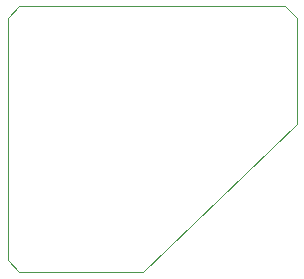
<source format=gbr>
%TF.GenerationSoftware,KiCad,Pcbnew,8.0.8*%
%TF.CreationDate,2025-03-31T21:12:05+02:00*%
%TF.ProjectId,nrf24small,6e726632-3473-46d6-916c-6c2e6b696361,rev?*%
%TF.SameCoordinates,Original*%
%TF.FileFunction,Profile,NP*%
%FSLAX46Y46*%
G04 Gerber Fmt 4.6, Leading zero omitted, Abs format (unit mm)*
G04 Created by KiCad (PCBNEW 8.0.8) date 2025-03-31 21:12:05*
%MOMM*%
%LPD*%
G01*
G04 APERTURE LIST*
%TA.AperFunction,Profile*%
%ADD10C,0.050000*%
%TD*%
G04 APERTURE END LIST*
D10*
X106500000Y-49000000D02*
X107500000Y-50000000D01*
X94500000Y-71500000D02*
X107500000Y-59000000D01*
X83000000Y-50000000D02*
X84000000Y-49000000D01*
X83000000Y-70500000D02*
X84000000Y-71500000D01*
X107500000Y-59000000D02*
X107500000Y-50000000D01*
X84000000Y-49000000D02*
X106500000Y-49000000D01*
X84000000Y-71500000D02*
X94500000Y-71500000D01*
X83000000Y-70500000D02*
X83000000Y-50000000D01*
M02*

</source>
